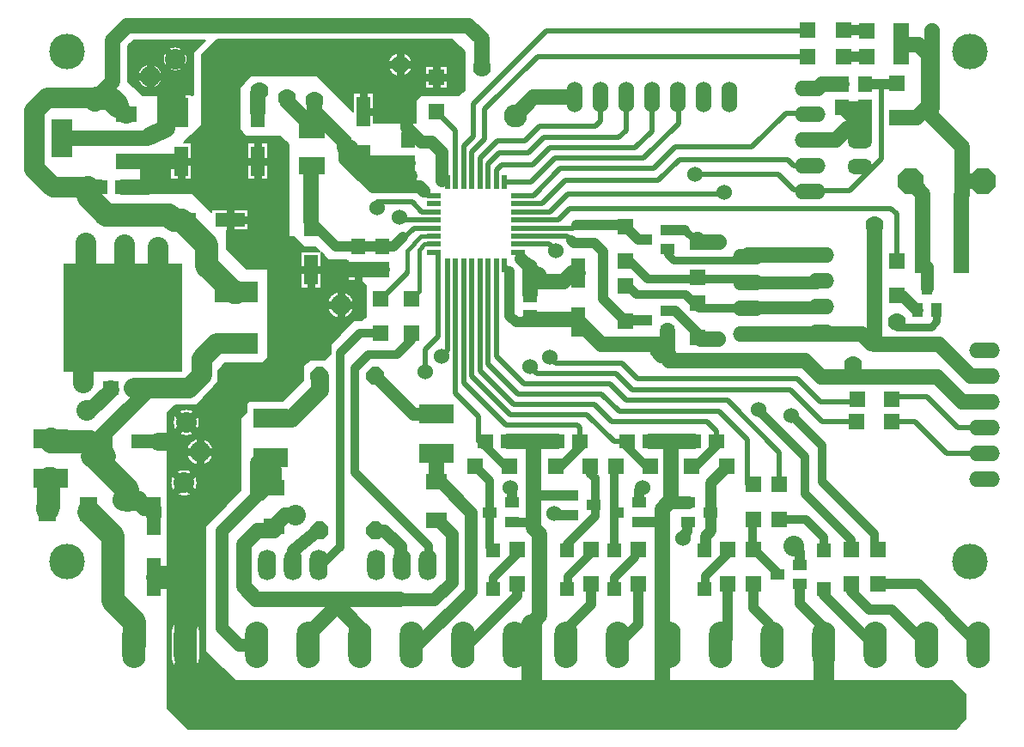
<source format=gbr>
G04 DesignSpark PCB Gerber Version 11.0 Build 5877*
G04 #@! TF.Part,Single*
G04 #@! TF.FileFunction,Copper,L1,Top*
G04 #@! TF.FilePolarity,Positive*
%FSLAX35Y35*%
%MOIN*%
G04 #@! TA.AperFunction,ComponentPad*
%AMT97*0 Octagon Pad at angle 0*4,1,8,-0.01450,-0.03500,0.01450,-0.03500,0.03500,-0.01450,0.03500,0.01450,0.01450,0.03500,-0.01450,0.03500,-0.03500,0.01450,-0.03500,-0.01450,-0.01450,-0.03500,0*%
%ADD97T97*%
%AMT93*0 Octagon Pad at angle 0*4,1,8,-0.02071,-0.05000,0.02071,-0.05000,0.05000,-0.02071,0.05000,0.02071,0.02071,0.05000,-0.02071,0.05000,-0.05000,0.02071,-0.05000,-0.02071,-0.02071,-0.05000,0*%
%ADD93T93*%
%ADD100O,0.06000X0.12000*%
%ADD99O,0.07000X0.12000*%
%ADD77O,0.09000X0.18000*%
G04 #@! TA.AperFunction,SMDPad,CuDef*
%ADD86R,0.02000X0.05800*%
%ADD95R,0.03937X0.05512*%
%ADD82R,0.05500X0.06000*%
%ADD81R,0.05512X0.11811*%
%ADD76R,0.05512X0.14961*%
%ADD94R,0.06300X0.08000*%
%ADD78R,0.07087X0.09449*%
%ADD91R,0.05512X0.05512*%
%ADD92R,0.05906X0.05906*%
%ADD87R,0.06300X0.06300*%
G04 #@! TD.AperFunction*
%ADD10C,0.00500*%
%ADD73C,0.01800*%
%ADD25C,0.02000*%
%ADD70C,0.03000*%
%ADD28C,0.03400*%
%ADD21C,0.03800*%
%ADD23C,0.04000*%
%ADD29C,0.04300*%
%ADD72C,0.04400*%
%ADD24C,0.05000*%
G04 #@! TA.AperFunction,ViaPad*
%ADD27C,0.05600*%
G04 #@! TD.AperFunction*
%ADD22C,0.06000*%
%ADD71C,0.07000*%
%ADD26C,0.08000*%
%ADD20C,0.09000*%
G04 #@! TA.AperFunction,ComponentPad*
%ADD88O,0.09700X0.06000*%
%ADD101O,0.10000X0.06000*%
%ADD83O,0.12000X0.06000*%
G04 #@! TA.AperFunction,SMDPad,CuDef*
%ADD85R,0.05800X0.02000*%
%ADD90R,0.05512X0.03937*%
%ADD74R,0.06000X0.05500*%
%ADD75R,0.11811X0.05512*%
%ADD79R,0.07874X0.05906*%
%ADD96R,0.08000X0.06300*%
%ADD84R,0.10200X0.07000*%
%ADD98R,0.13386X0.07480*%
%ADD102R,0.17000X0.08000*%
%ADD80R,0.07874X0.14961*%
G04 #@! TA.AperFunction,ComponentPad*
%ADD89C,0.13792*%
G04 #@! TA.AperFunction,SMDPad,CuDef*
%ADD103R,0.46000X0.42000*%
G04 #@! TD.AperFunction*
X0Y0D02*
D02*
D10*
X41850Y269900D02*
Y256000D01*
X47250Y250600D01*
X58245D01*
Y251004D01*
X66257D01*
Y250600D01*
X66750D01*
X67150Y250800D01*
Y267300D01*
X71850Y272000D01*
X43950D01*
X41850Y269900D01*
X45500Y257900D02*
G75*
G02*
X55000I4750J0D01*
G01*
G75*
G02*
X45500I-4750J0D01*
G01*
X55300Y264700D02*
G75*
G02*
X64800I4750J0D01*
G01*
G75*
G02*
X55300I-4750J0D01*
G01*
X42100Y257900D02*
G36*
X42100Y257900D02*
Y255750D01*
X47000Y250850D01*
X58245D01*
Y251004D01*
X66257D01*
Y250850D01*
X67150D01*
Y257900D01*
X55000D01*
G75*
G02*
X45500I-4750J0D01*
G01*
X42100D01*
G37*
Y264700D02*
G36*
X42100Y264700D02*
Y257900D01*
X45500D01*
G75*
G02*
X55000I4750J0D01*
G01*
X67150D01*
Y264700D01*
X64800D01*
G75*
G02*
X55300I-4750J0D01*
G01*
X42100D01*
G37*
Y270150D02*
G36*
X42100Y270150D02*
Y264700D01*
X55300D01*
G75*
G02*
X64800I4750J0D01*
G01*
X67150D01*
Y267300D01*
X71600Y271750D01*
X43700D01*
X42100Y270150D01*
G37*
X79950Y198295D02*
Y190800D01*
X87650Y183100D01*
X102350D01*
X103950Y184700D01*
Y231400D01*
X100650Y234700D01*
X87350D01*
X84950Y237100D01*
Y253700D01*
X89350Y258100D01*
X115050D01*
X128944Y244206D01*
Y251504D01*
X136956D01*
Y240000D01*
X153350D01*
Y248400D01*
X155350Y250400D01*
X170050D01*
X172350Y252700D01*
Y267400D01*
X167550Y272200D01*
X76250D01*
X70350Y266300D01*
Y238900D01*
X63556Y232106D01*
X66257D01*
Y217795D01*
X58245D01*
Y226795D01*
X57850Y226400D01*
X48750D01*
X46850Y224500D01*
Y215300D01*
X49450Y212700D01*
X66650D01*
X74143Y205207D01*
Y206307D01*
X88454D01*
Y198295D01*
X79950D01*
X142600Y262500D02*
G75*
G02*
X152100I4750J0D01*
G01*
G75*
G02*
X142600I-4750J0D01*
G01*
X157048Y262000D02*
X165852D01*
Y253201D01*
X157048D01*
Y262000D01*
X87944Y232106D02*
X95956D01*
Y217795D01*
X87944D01*
Y232106D01*
X47100Y224750D02*
G36*
X47100Y224750D02*
Y215050D01*
X49450Y212700D01*
X66650D01*
X74143Y205207D01*
Y206307D01*
X88454D01*
Y198295D01*
X79950D01*
Y190800D01*
X87400Y183350D01*
X102600D01*
X103950Y184700D01*
Y224951D01*
X95956D01*
Y217795D01*
X87944D01*
Y224951D01*
X66257D01*
Y217795D01*
X58245D01*
Y224951D01*
X47301D01*
X47100Y224750D01*
G37*
X48750Y226400D02*
G36*
X48750Y226400D02*
X47301Y224951D01*
X58245D01*
Y226795D01*
X57850Y226400D01*
X48750D01*
G37*
X66257Y232106D02*
G36*
X66257Y232106D02*
Y224951D01*
X87944D01*
Y232106D01*
X95956D01*
Y224951D01*
X103950D01*
Y231400D01*
X100650Y234700D01*
X87350D01*
X84950Y237100D01*
Y253700D01*
X88850Y257600D01*
X70350D01*
Y238900D01*
X63556Y232106D01*
X66257D01*
G37*
X115550Y257600D02*
G36*
X115550Y257600D02*
X128944Y244206D01*
Y251504D01*
X136956D01*
Y240000D01*
X153350D01*
Y248400D01*
X155350Y250400D01*
X170050D01*
X172100Y252450D01*
Y257600D01*
X165852D01*
Y253201D01*
X157048D01*
Y257600D01*
X115550D01*
G37*
X70350Y262500D02*
G36*
X70350Y262500D02*
Y257600D01*
X88850D01*
X89350Y258100D01*
X115050D01*
X115550Y257600D01*
X157048D01*
Y262000D01*
X165852D01*
Y257600D01*
X172100D01*
Y262500D01*
X152100D01*
G75*
G02*
X142600I-4750J0D01*
G01*
X70350D01*
G37*
Y266300D02*
G36*
X70350Y266300D02*
Y262500D01*
X142600D01*
G75*
G02*
X152100I4750J0D01*
G01*
X172100D01*
Y267650D01*
X167800Y271950D01*
X76000D01*
X70350Y266300D01*
G37*
X127700Y178650D02*
X126950D01*
Y186400D01*
X126850Y186300D01*
X126750D01*
X126550Y186500D01*
X119550D01*
X116655Y189395D01*
Y175594D01*
X108643D01*
Y189906D01*
X116144D01*
X114350Y191700D01*
X109950D01*
X106050Y195600D01*
X98750D01*
X96150Y193000D01*
Y148400D01*
X94150Y146400D01*
X79550D01*
X76850Y143700D01*
Y139200D01*
X68750Y130500D01*
X70950Y128300D01*
X72850D01*
X73750Y127400D01*
Y126800D01*
X84850D01*
Y125600D01*
X85750D01*
X87650Y127500D01*
Y130900D01*
X88750Y132000D01*
X101850D01*
X109750Y139900D01*
Y145400D01*
X112350Y148000D01*
X118050D01*
X120250Y150200D01*
Y153900D01*
X129550Y163200D01*
X132550D01*
X133950Y164600D01*
Y176700D01*
X132050Y178600D01*
X127750D01*
X127700Y178650D01*
X119000Y169100D02*
G75*
G02*
X129500I5250J0D01*
G01*
G75*
G02*
X119000I-5250J0D01*
G01*
X69000Y130769D02*
G36*
X69000Y130769D02*
Y130250D01*
X70950Y128300D01*
X72850D01*
X73750Y127400D01*
Y126800D01*
X84850D01*
Y125850D01*
X86000D01*
X87650Y127500D01*
Y130900D01*
X88750Y132000D01*
X101850D01*
X109750Y139900D01*
Y145400D01*
X112350Y148000D01*
X118050D01*
X120250Y150200D01*
Y153900D01*
X129550Y163200D01*
X132550D01*
X133700Y164350D01*
Y169100D01*
X129500D01*
G75*
G02*
X119000I-5250J0D01*
G01*
X96150D01*
Y148400D01*
X94150Y146400D01*
X79550D01*
X76850Y143700D01*
Y139200D01*
X69000Y130769D01*
G37*
X96150Y193000D02*
G36*
X96150Y193000D02*
Y169100D01*
X119000D01*
G75*
G02*
X129500I5250J0D01*
G01*
X133700D01*
Y176950D01*
X132050Y178600D01*
X127750D01*
X127700Y178650D01*
X126950D01*
Y186400D01*
X126850Y186300D01*
X126750D01*
X126550Y186500D01*
X119550D01*
X116655Y189395D01*
Y175594D01*
X108643D01*
Y189906D01*
X116144D01*
X114350Y191700D01*
X109950D01*
X106300Y195350D01*
X98500D01*
X96150Y193000D01*
G37*
X366650Y18000D02*
X361550Y23100D01*
X83250D01*
X71850Y34500D01*
Y83300D01*
X76050Y87500D01*
Y87600D01*
X85550Y97100D01*
Y126200D01*
X81450Y130300D01*
X60150D01*
X56950Y127100D01*
Y12700D01*
X64950Y4700D01*
X362950D01*
X366650Y8400D01*
Y18000D01*
X58200Y100100D02*
G75*
G02*
X68700I5250J0D01*
G01*
G75*
G02*
X58200I-5250J0D01*
G01*
X58300Y41701D02*
G75*
G02*
X69800I5750J0D01*
G01*
Y32701D01*
G75*
G02*
X58300I-5750J0D01*
G01*
Y41701D01*
X59100Y123500D02*
G75*
G02*
X69600I5250J0D01*
G01*
G75*
G02*
X59100I-5250J0D01*
G01*
X64400Y112100D02*
G75*
G02*
X74900I5250J0D01*
G01*
G75*
G02*
X64400I-5250J0D01*
G01*
X57200Y37201D02*
G36*
X57200Y37201D02*
Y12450D01*
X64700Y4950D01*
X363200D01*
X366400Y8150D01*
Y18250D01*
X361550Y23100D01*
X83250D01*
X71850Y34500D01*
Y37201D01*
X69800D01*
Y32701D01*
G75*
G02*
X58300I-5750J0D01*
G01*
Y37201D01*
X57200D01*
G37*
Y100100D02*
G36*
X57200Y100100D02*
Y37201D01*
X58300D01*
Y41701D01*
G75*
G02*
X69800I5750J0D01*
G01*
Y37201D01*
X71850D01*
Y83300D01*
X76050Y87500D01*
Y87600D01*
X85550Y97100D01*
Y100100D01*
X68700D01*
G75*
G02*
X58200I-5250J0D01*
G01*
X57200D01*
G37*
Y112100D02*
G36*
X57200Y112100D02*
Y100100D01*
X58200D01*
G75*
G02*
X68700I5250J0D01*
G01*
X85550D01*
Y112100D01*
X74900D01*
G75*
G02*
X64400I-5250J0D01*
G01*
X57200D01*
G37*
Y123500D02*
G36*
X57200Y123500D02*
Y112100D01*
X64400D01*
G75*
G02*
X74900I5250J0D01*
G01*
X85550D01*
Y123500D01*
X69600D01*
G75*
G02*
X59100I-5250J0D01*
G01*
X57200D01*
G37*
Y127350D02*
G36*
X57200Y127350D02*
Y123500D01*
X59100D01*
G75*
G02*
X69600I5250J0D01*
G01*
X85550D01*
Y126200D01*
X81700Y130050D01*
X59900D01*
X57200Y127350D01*
G37*
D02*
D70*
X48250Y257900D02*
X44250D01*
X50250Y255900D02*
Y251900D01*
Y259900D02*
Y263900D01*
X52250Y257900D02*
X56250D01*
X58636Y263286D02*
X55807Y260457D01*
X58636Y266114D02*
X55807Y268943D01*
X60994Y224951D02*
X56993D01*
X61464Y263286D02*
X64293Y260457D01*
X61464Y266114D02*
X64293Y268943D01*
X61682Y98332D02*
X58854Y95504D01*
X61682Y101868D02*
X58854Y104696D01*
X62250Y220546D02*
Y216547D01*
Y248254D02*
Y252256D01*
X62582Y121732D02*
X59754Y118904D01*
X62582Y125268D02*
X59754Y128096D01*
X63506Y224951D02*
X67505D01*
X65218Y98332D02*
X68046Y95504D01*
X65218Y101868D02*
X68046Y104696D01*
X66118Y121732D02*
X68946Y118904D01*
X66118Y125268D02*
X68946Y128096D01*
X67150Y112100D02*
X63150D01*
X69650Y109600D02*
Y105600D01*
Y114600D02*
Y118600D01*
X72150Y112100D02*
X76150D01*
X81299Y201044D02*
Y197043D01*
Y203556D02*
Y207555D01*
X85704Y202300D02*
X89706D01*
X90694Y224951D02*
X86694D01*
X91950Y220546D02*
Y216547D01*
Y229357D02*
Y233358D01*
X93206Y224951D02*
X97206D01*
X111394Y182751D02*
X107395D01*
X112650Y178346D02*
Y174346D01*
X113906Y182751D02*
X117907D01*
X121750Y169100D02*
X117750D01*
X124250Y166600D02*
Y162600D01*
Y171600D02*
Y175600D01*
X126750Y169100D02*
X130750D01*
X129700Y182900D02*
X125700D01*
X130950Y181400D02*
Y177402D01*
X132950Y248754D02*
Y252756D01*
X134206Y244349D02*
X138206D01*
X145350Y262500D02*
X141350D01*
X147350Y260500D02*
Y256500D01*
Y264500D02*
Y268500D01*
X149350Y262500D02*
X153350D01*
X159800Y257600D02*
X155800D01*
X161450Y255950D02*
Y251949D01*
Y259250D02*
Y263250D01*
X163100Y257600D02*
X167100D01*
X190781Y97569D02*
X190050Y98300D01*
X197750Y166000D02*
Y164200D01*
X240181Y97131D02*
X241250Y98200D01*
X257710Y198340D02*
X262650Y193400D01*
Y156500D02*
X264450D01*
Y155900D01*
X264110D01*
X282450Y187800D02*
Y186700D01*
X253341D01*
X251081Y188960D01*
Y190860D01*
X311850Y43731D02*
Y37200D01*
X355490Y167169D02*
Y162740D01*
X353350Y160600D01*
X339950D01*
Y162600D01*
D02*
D71*
X40952Y243055D02*
X40895D01*
X37550Y246400D01*
X50050Y234900D02*
X56450Y237800D01*
Y249800D01*
X59650Y253000D01*
X53304Y116300D02*
X57304D01*
X92450Y96500D02*
Y107800D01*
X92650Y252200D03*
X96950Y125177D02*
X105127D01*
X116050Y136100D01*
Y141500D01*
X103350Y249600D03*
X114150Y248500D03*
X147350Y262500D03*
X178950Y261300D03*
X191850Y37200D02*
Y32100D01*
X322950Y146000D03*
X331450Y200100D03*
X339950Y162600D03*
D02*
D20*
X11750Y101723D02*
X10650D01*
Y90972D01*
X10578Y90900D01*
Y89800D01*
X11750Y117077D02*
Y116300D01*
X26750D01*
X32550Y110500D01*
X27850D01*
X37550Y246400D02*
Y246800D01*
X34850Y249500D01*
X29250D01*
X28750Y249000D01*
X41350Y93600D02*
Y97500D01*
X28350Y110500D01*
X44050Y37200D02*
Y46300D01*
X35750Y54600D01*
Y79600D01*
X26522Y88828D01*
X53106Y63489D02*
X57107D01*
X62401Y202300D02*
X59250D01*
X57250Y204300D01*
X33050D01*
X25950Y211400D01*
Y214800D01*
X64050Y29700D02*
Y25701D01*
Y44700D02*
Y48701D01*
X83650Y174100D02*
X82750D01*
X72150Y184700D01*
Y192551D01*
X62401Y202300D01*
X192050Y242700D03*
D02*
D21*
X190781Y84960D02*
X199550D01*
Y82460D01*
X199050Y89940D02*
Y95140D01*
D02*
D22*
X24450Y148900D02*
X39650Y164100D01*
X25350Y178400D02*
X39650Y164100D01*
X27850Y110500D02*
Y111200D01*
X27550Y114100D01*
X47650Y134200D01*
Y136800D01*
X44050D01*
X28750Y249400D02*
Y249000D01*
X29550Y107700D02*
Y110500D01*
X27850D01*
X30850Y214800D02*
X25950D01*
X35050Y136800D02*
Y136300D01*
X35250D01*
X27050Y128100D01*
X25650D01*
X39750Y93600D02*
Y93300D01*
X39850Y214800D02*
X49150D01*
X50350Y216000D01*
X40250Y164700D02*
X39650Y164100D01*
X40952Y224945D02*
X62244D01*
X62250Y224951D01*
X40952Y234000D02*
X49150D01*
X50050Y234900D01*
X40952Y234000D02*
X16148D01*
X51850Y87111D02*
Y89800D01*
Y87111D02*
Y90300D01*
X48150D01*
X45250Y93200D01*
X53350Y177800D02*
X39650Y164100D01*
X91950Y243849D02*
Y251500D01*
X92650Y252200D01*
X98250Y83100D02*
Y81400D01*
X91950D01*
X86850Y76300D01*
Y60000D01*
X91450Y54900D01*
X120650D01*
X98250Y98100D02*
Y98400D01*
X98550D01*
Y105100D01*
X95850Y107800D01*
X92150D01*
X106850Y87700D02*
X102850D01*
X98250Y83100D01*
X111850Y37200D02*
Y41200D01*
X125550Y54900D01*
X112650Y223100D02*
Y201649D01*
X113050Y237300D02*
Y238600D01*
X103350Y248300D01*
Y249600D01*
X120650Y54900D02*
X125550D01*
X125850Y232600D02*
X114150Y244300D01*
Y248500D01*
X131850Y37200D02*
Y43700D01*
X120650Y54900D01*
X132950Y225451D02*
Y225400D01*
X139050Y219300D01*
X151150D01*
X132950Y225451D02*
X127950D01*
Y230100D01*
X125850D01*
Y232600D01*
X138350Y206800D03*
X140250Y182900D02*
X122850D01*
X147050Y54900D02*
X125550D01*
X147150Y203200D03*
X150350Y224300D02*
X134101D01*
X132950Y225451D01*
X157050Y143200D03*
X161450Y100400D02*
Y111423D01*
X161350Y111523D01*
X163250Y149200D03*
X178950Y261300D02*
Y272500D01*
X173750Y277700D01*
X41550D01*
X35750Y271900D01*
Y256000D01*
X28750Y249000D01*
X190050Y98300D03*
X197750Y145200D03*
Y164200D02*
X198250D01*
X199050Y163400D01*
X216250D01*
Y162651D01*
X197750Y173200D02*
Y183700D01*
X197700Y183750D01*
X199050Y89940D02*
Y107200D01*
Y116200D01*
X189450D01*
X199550Y82460D02*
Y82100D01*
X201550Y80100D01*
Y48400D01*
X198250Y45100D01*
X199550Y82460D02*
X199050D01*
Y89940D01*
X201050Y180800D03*
X205550Y149000D03*
X207050Y88100D03*
X207650Y190300D03*
X208050Y116200D02*
X199050D01*
X214950Y249800D02*
X199150D01*
X192050Y242700D01*
X216250Y162651D02*
X216699D01*
X225350Y154000D01*
X247850D01*
X246950Y153100D01*
Y151600D01*
X216250Y181549D02*
X214199D01*
X210750Y178100D01*
X199250D01*
X197650Y179700D01*
X201050D01*
Y180800D01*
X241250Y98200D03*
X244250Y116200D02*
X261050D01*
X248950Y82860D02*
Y19100D01*
Y82860D02*
Y90000D01*
X252050Y93100D01*
X251081Y159360D02*
Y150269D01*
X251650Y149700D02*
X248850D01*
X246950Y151600D01*
X251650Y149700D02*
Y147400D01*
X304550D01*
X310650Y141300D01*
X322950D01*
X257150Y78700D03*
X261050Y116200D02*
X252550D01*
X252350Y116000D01*
Y97900D01*
Y93400D01*
X252050Y93100D01*
X261850Y219800D03*
X262650Y193400D02*
Y194500D01*
X263450Y193700D01*
X271150D01*
X264110Y155900D02*
X270750D01*
D03*
X271150Y193700D03*
X272950Y213000D03*
X282450Y187800D02*
Y188700D01*
X310750D01*
X286450Y128600D03*
X299050Y126200D03*
X306550Y233200D02*
X316250D01*
X320650Y237600D01*
X318650Y255000D02*
X311050D01*
X309250Y253200D01*
X306550D01*
X322950Y141300D02*
X355750D01*
X365450Y131600D01*
X374150D01*
X322950Y146000D02*
Y141300D01*
X325850Y232800D02*
Y238800D01*
X331450Y154000D02*
Y154100D01*
X330050D01*
X326350Y157800D01*
X282450D01*
X331450Y200100D02*
Y154000D01*
X340150Y241800D02*
X347650D01*
X352350Y246500D01*
Y250100D01*
X341650Y270100D02*
Y265700D01*
Y275500D02*
Y270100D01*
X350150Y185400D02*
Y212300D01*
X345250Y217200D01*
X352350Y250100D02*
Y243500D01*
X365250Y230600D01*
Y217200D01*
X352350Y250100D02*
Y266100D01*
X348350Y270100D01*
X341650D01*
X353850Y275600D03*
Y245400D01*
X352350Y246900D01*
Y250100D01*
X365150Y185400D02*
Y211900D01*
X365250Y212000D01*
Y217200D01*
X373250D02*
X365250D01*
X374150Y141600D02*
X368850D01*
X356450Y154000D01*
X331450D01*
D02*
D23*
X113050Y223100D02*
X112650D01*
X140250Y191900D02*
X122399D01*
X112650Y201649D01*
X140250Y191900D02*
X144650D01*
X148350Y195600D01*
X173750Y37200D02*
X192850Y56300D01*
Y60800D01*
X190781Y92440D02*
Y97569D01*
X197750Y164200D02*
Y162400D01*
X192350D01*
X189750Y165000D01*
Y182176D01*
X189626Y182300D01*
X199050Y95140D02*
X213719D01*
X212250Y43900D02*
X221350Y53000D01*
Y60800D01*
X213719Y87660D02*
X207490D01*
X207050Y88100D01*
X215825Y200300D02*
X233950D01*
X234650Y199600D01*
Y163000D02*
X225950Y171700D01*
Y190000D01*
X222650Y193300D01*
X214650D01*
X213750Y194200D01*
X239750Y60800D02*
Y45100D01*
X231850Y37200D01*
X240181Y84960D02*
X246650D01*
Y84600D01*
X248950D01*
Y82860D01*
X240181Y92440D02*
Y97131D01*
X242419Y163100D02*
X234750D01*
X234650Y163000D01*
X242419Y194600D02*
X239650D01*
X234650Y199600D01*
X251081Y150269D02*
X251650Y149700D01*
X251081Y166840D02*
X253950D01*
X262650Y158140D01*
Y156500D01*
X251081Y198340D02*
X257710D01*
X259119Y84960D02*
X258750D01*
Y81100D01*
X257150Y79500D01*
Y78700D01*
X274250Y60800D02*
Y39600D01*
X290350Y45700D02*
X284450Y51600D01*
Y60800D01*
X302381Y60760D02*
Y53200D01*
X311850Y43731D01*
X302381Y68240D02*
Y73369D01*
X300150Y75600D01*
X319340Y265700D02*
X328250D01*
X319340Y276000D02*
X327750D01*
X327850Y255000D02*
X334350D01*
X331150Y37200D02*
X311850Y56500D01*
X332750Y60800D02*
X348250D01*
X371850Y37200D01*
X334350Y255000D02*
X339950D01*
X340150Y255200D01*
X351850Y37200D02*
X338150Y50900D01*
X329250D01*
X322250Y57900D01*
D02*
D24*
X91850Y37200D02*
X84850D01*
X78050Y44000D01*
Y81600D01*
X93750Y97300D01*
Y96500D01*
X92450D01*
X92150Y107800D02*
X94173Y109823D01*
X96950D01*
X92450Y107800D02*
X92150D01*
X116050Y81500D02*
X115350D01*
Y82000D01*
X105650Y73800D01*
Y68100D01*
X105850D01*
X137850Y81500D02*
X141150D01*
X147250Y75400D01*
Y68800D01*
X156350Y213400D02*
X154650Y215100D01*
X136750D01*
X125850Y226000D01*
Y232600D01*
X161350Y126877D02*
X152473D01*
X137850Y141500D01*
X161450Y85400D02*
X162150D01*
X167250Y80300D01*
Y61600D01*
X160550Y54900D01*
X147050D01*
X161450Y100400D02*
X162950D01*
X174650Y88700D01*
Y58000D01*
X153850Y37200D01*
X151850D01*
X163250Y217583D02*
Y228700D01*
X159350Y232600D01*
X155350D01*
X149850Y238100D01*
Y244000D01*
X150350D01*
X194050Y187300D02*
X194150D01*
X197700Y183750D01*
X200650Y180800D01*
X201050D01*
X198850Y107200D02*
X199050D01*
X198950D02*
X199050D01*
X259119Y92440D02*
X252710D01*
X252050Y93100D01*
X282450Y168200D02*
X309050D01*
X282450Y177800D02*
X308850D01*
X320650Y237600D02*
X327850Y244800D01*
Y246000D01*
X325850Y238800D02*
X318650Y246000D01*
X327850D02*
Y234800D01*
X325850Y232800D01*
X327850Y246000D02*
X318650D01*
X351750Y175831D02*
Y183800D01*
X350150Y185400D01*
D02*
D25*
X46550Y37000D02*
Y36800D01*
X44050D01*
Y37200D01*
X139250Y193500D02*
Y192900D01*
X140250Y191900D01*
X147150Y203200D02*
Y202850D01*
X146475Y202175D01*
X160533D01*
X147250Y68800D02*
X147950Y68100D01*
X148350Y195600D02*
X149225D01*
X152650Y199025D01*
X160533D01*
X149950Y182300D02*
Y181500D01*
X140050Y171600D01*
X139750D01*
X157050Y143200D02*
Y152000D01*
X162050Y157000D01*
Y189576D01*
X160533D01*
Y205324D02*
X155826D01*
X151950Y209200D01*
X138350D01*
Y206800D01*
X160533Y211624D02*
X158126D01*
X156350Y213400D01*
X161350Y111523D02*
X162450D01*
X165726Y184383D02*
Y151676D01*
X163250Y149200D01*
X165726Y216817D02*
Y215800D01*
X165033D01*
X163250Y217583D01*
X168876Y216817D02*
Y236774D01*
X161450Y244200D01*
X171850Y37200D02*
X173750D01*
X172026Y184383D02*
Y138824D01*
X188350Y122500D01*
X215950D01*
X217050Y121400D01*
Y116200D01*
X175175Y216817D02*
Y228625D01*
X180150Y233600D01*
Y245100D01*
X200750Y265700D01*
X305560D01*
X178325Y216817D02*
Y226275D01*
X184950Y232900D01*
X195850D01*
X201350Y238400D01*
X222950D01*
X224950Y240400D01*
Y249800D01*
X180450Y116200D02*
Y115300D01*
X179450D01*
X180450Y116200D02*
X177850D01*
Y125900D01*
X168876Y134874D01*
Y184383D01*
X181474D02*
Y146176D01*
X192950Y134700D01*
X225450D01*
X232350Y127800D01*
X271150D01*
X281950Y117000D01*
Y99400D01*
X284550D01*
X184624Y184383D02*
Y149126D01*
X195250Y138500D01*
X228750D01*
X235150Y132100D01*
X274250D01*
X294450Y111900D01*
Y99400D01*
X184624Y216817D02*
Y221574D01*
X186750Y223700D01*
X198850D01*
X205250Y230100D01*
X238550D01*
X244950Y236500D01*
Y249800D01*
X187774Y216817D02*
X197950D01*
X207333Y226200D01*
X241850D01*
X255350Y239700D01*
Y249800D01*
X254950D01*
X188950Y105800D02*
X189750D01*
Y106500D01*
X189626Y182300D02*
X187774Y184153D01*
Y184383D01*
X192850Y72600D02*
Y74200D01*
X192967Y189576D02*
Y188383D01*
X194050Y187300D01*
X192967Y192726D02*
X205224D01*
X207650Y190300D01*
X192967Y199025D02*
X214550D01*
X215825Y200300D01*
X192967Y202175D02*
X208650D01*
X213175Y206700D01*
X337750D01*
X339950Y204500D01*
Y186200D01*
X192967Y205324D02*
X205450D01*
X212426Y212300D01*
X272250D01*
X272950Y213000D01*
X197750Y145200D02*
X200450Y142500D01*
X231150D01*
X237550Y136100D01*
X298750D01*
X311050Y123800D01*
X324550D01*
X205550Y149000D02*
X207850Y146700D01*
X233250D01*
X239450Y140500D01*
X301550D01*
X310550Y131500D01*
X323450D01*
X324650Y132700D01*
X208450Y105300D02*
X207650D01*
Y106500D01*
X211950Y59020D02*
X212250D01*
X213750Y194200D02*
X212074Y195876D01*
X192967D01*
X217050Y116200D02*
Y115100D01*
X218250D01*
X221350Y72800D02*
Y74200D01*
X234650Y199600D02*
Y199100D01*
X234950Y249800D02*
Y236900D01*
X232150Y234100D01*
X203050D01*
X197150Y228200D01*
X185750D01*
X181474Y223924D01*
Y216817D01*
X235250Y116200D02*
Y115400D01*
X233950D01*
X235250Y116200D02*
X230250D01*
X219850Y126600D01*
X189950D01*
X175175Y141375D01*
Y184383D01*
X239750Y74200D02*
X238350D01*
Y71300D01*
X243650Y105700D02*
X244350D01*
Y106500D01*
X260550D02*
X260750D01*
Y105200D01*
X270050Y116200D02*
Y120300D01*
X266450Y123900D01*
X229550D01*
X222750Y130700D01*
X191250D01*
X178325Y143625D01*
Y184383D01*
X271350Y115800D02*
X270050D01*
Y116200D01*
X274250Y39600D02*
X271850Y37200D01*
X274250Y72400D02*
Y74200D01*
X282450Y167800D02*
Y168200D01*
X284450Y98500D02*
Y99300D01*
X284550Y99400D01*
X291850Y37200D02*
X290350Y38700D01*
Y45700D01*
X305560Y276000D02*
Y275700D01*
X204150D01*
X175650Y247200D01*
Y234424D01*
X172026Y230800D01*
Y216817D01*
X306550Y213200D02*
Y213800D01*
X300050D01*
X294050Y219800D01*
X261850D01*
X306550Y213200D02*
X307050Y213700D01*
X321750D01*
X334050Y226000D01*
Y254700D01*
X334350Y255000D01*
X306550Y223200D02*
X300150D01*
X297650Y225700D01*
X255750D01*
X247550Y217500D01*
X211476D01*
X202450Y208474D01*
X192967D01*
X306550Y243200D02*
Y243700D01*
X297050D01*
X283750Y230400D01*
X254150D01*
X245850Y222100D01*
X209526D01*
X199050Y211624D01*
X192967D01*
X307050Y212700D02*
X306550Y213200D01*
X308850Y177800D02*
X309750Y178700D01*
X310750D01*
X309050Y168200D02*
X309550Y168700D01*
X310750D01*
X327750Y276000D02*
X328250Y275500D01*
X331850Y37200D02*
X331150D01*
X374150Y111600D02*
X359350D01*
X347150Y123800D01*
X337950D01*
X374150Y121600D02*
X363850D01*
X351750Y133700D01*
X339050D01*
X338050Y132700D01*
D02*
D26*
X24450Y138800D03*
Y148900D01*
X25350Y193100D03*
Y178400D01*
X25650Y128100D03*
X25950Y214800D02*
X12750D01*
X5550Y222000D01*
Y244400D01*
X10550Y249400D01*
X28750D01*
X26522Y88828D02*
Y89800D01*
X28350Y110500D02*
X27850D01*
X39750Y93600D03*
X41350D01*
X40250Y192600D03*
Y164700D01*
X44050Y136800D02*
X65250D01*
X70250Y141800D01*
Y148300D01*
X76050Y154100D01*
X83650D01*
X45250Y93200D02*
X39750D01*
Y93600D01*
X50250Y257900D03*
X53350Y191600D03*
Y177800D01*
X60050Y264700D03*
X63450Y100100D03*
X64350Y123500D03*
X69650Y112100D03*
X106850Y87700D03*
X124250Y169100D03*
X198250Y45100D02*
Y19200D01*
X300150Y75600D03*
X311850Y37200D02*
Y21200D01*
D02*
D27*
X246950Y151600D03*
D02*
D28*
X115850Y68100D02*
X116750D01*
X123950Y75300D01*
Y150500D01*
X131650Y158200D01*
X139750D01*
X157950Y68100D02*
X158350D01*
Y75500D01*
X129750Y104100D01*
Y144700D01*
X134950Y149900D01*
X145950D01*
X151750Y155700D01*
Y158200D01*
X176350Y106500D02*
X182119Y100731D01*
Y75311D01*
X183450Y73980D01*
X179450Y115300D02*
X188950Y105800D01*
X183450Y59020D02*
Y63200D01*
X192850Y72600D01*
X211850Y37200D02*
X212250D01*
Y43900D01*
Y59020D02*
Y63700D01*
X221350Y72800D01*
X218250Y115100D02*
X208450Y105300D01*
X221050Y106500D02*
Y103700D01*
X222950Y101800D01*
Y87300D01*
X211950Y76300D01*
Y73980D01*
X230250D02*
Y105800D01*
X230950Y106500D01*
X233950Y115400D02*
X243650Y105700D01*
X234650Y176400D02*
X235750D01*
X238950Y173200D01*
X257950D01*
X263350Y167800D01*
X282450D01*
X234650Y186200D02*
X236350D01*
X243450Y179100D01*
X280950D01*
X282250Y177800D01*
X282450D01*
X238350Y71300D02*
X230250Y63200D01*
Y59020D01*
X260750Y105200D02*
X271350Y115800D01*
X265350Y59020D02*
X265650D01*
Y63800D01*
X274250Y72400D01*
X286450Y128600D02*
Y128200D01*
X304350Y110300D01*
Y95900D01*
X322250Y78000D01*
Y74200D01*
X293719Y64500D02*
X293450D01*
Y65600D01*
X284150Y74900D01*
Y85600D01*
X284550Y86000D01*
X299050Y126200D02*
Y126000D01*
X299650D01*
X311050Y114600D01*
Y100600D01*
X331550Y80100D01*
Y75400D01*
X332750Y74200D01*
X311850Y56500D02*
Y59020D01*
Y73980D02*
Y78800D01*
X304650Y86000D01*
X294450D01*
X322250Y57900D02*
Y60800D01*
Y74200D02*
X322550D01*
D02*
D29*
X265350Y73980D02*
X265750D01*
Y79669D01*
X267781Y81700D01*
Y100331D01*
X273950Y106500D01*
D02*
D72*
X348010Y167169D02*
X347850D01*
X342219Y172800D01*
X339950D01*
D02*
D73*
X160533Y192726D02*
X156850D01*
X154724Y190600D01*
Y174574D01*
X151750Y171600D01*
X160533Y195876D02*
X155526D01*
X149950Y190300D01*
Y182300D01*
D02*
D74*
X30850Y214800D03*
X35050Y136800D03*
X39850Y214800D03*
X44050Y136800D03*
X180450Y116200D03*
X189450D03*
X208050D03*
X217050D03*
X235250D03*
X244250D03*
X261050D03*
X270050D03*
D02*
D75*
X30001Y116300D03*
X48899D03*
X62401Y202300D03*
X81299D03*
D02*
D76*
X51850Y63489D03*
Y87111D03*
D02*
D77*
X44050Y37200D03*
X64050D03*
X91850D03*
X111850D03*
X131850D03*
X151850D03*
X171850D03*
X191850D03*
X211850D03*
X231850D03*
X251850D03*
X271850D03*
X291850D03*
X311850D03*
X331850D03*
X351850D03*
X371850D03*
D02*
D78*
X10578Y89800D03*
X26522D03*
D02*
D79*
X40952Y224945D03*
Y234000D03*
Y243055D03*
D02*
D80*
X16148Y234000D03*
D02*
D81*
X62250Y224951D03*
Y243849D03*
X91950Y224951D03*
Y243849D03*
X112650Y182751D03*
Y201649D03*
X132950Y225451D03*
Y244349D03*
X216250Y162651D03*
Y181549D03*
D02*
D82*
X130950Y182900D03*
Y191900D03*
X140250Y182900D03*
Y191900D03*
X150350Y224300D03*
Y233300D03*
X197750Y164200D03*
Y173200D03*
X318650Y246000D03*
Y255000D03*
X327850Y246000D03*
Y255000D03*
D02*
D83*
X282450Y157800D03*
Y167800D03*
Y177800D03*
Y187800D03*
X306550Y213200D03*
Y223200D03*
Y233200D03*
Y243200D03*
Y253200D03*
X374150Y101600D03*
Y111600D03*
Y121600D03*
Y131600D03*
Y141600D03*
Y151600D03*
D02*
D84*
X113050Y223100D03*
Y237300D03*
D02*
D85*
X160533Y189576D03*
Y192726D03*
Y195876D03*
Y199025D03*
Y202175D03*
Y205324D03*
Y208474D03*
Y211624D03*
X192967Y189576D03*
Y192726D03*
Y195876D03*
Y199025D03*
Y202175D03*
Y205324D03*
Y208474D03*
Y211624D03*
D02*
D86*
X165726Y184383D03*
Y216817D03*
X168876Y184383D03*
Y216817D03*
X172026Y184383D03*
Y216817D03*
X175175Y184383D03*
Y216817D03*
X178325Y184383D03*
Y216817D03*
X181474Y184383D03*
Y216817D03*
X184624Y184383D03*
Y216817D03*
X187774Y184383D03*
Y216817D03*
D02*
D87*
X139750Y158200D03*
Y171600D03*
X151750Y158200D03*
Y171600D03*
X161450Y244200D03*
Y257600D03*
X176350Y106500D03*
X189750D03*
X192850Y60800D03*
Y74200D03*
X207650Y106500D03*
X221050D03*
X221350Y60800D03*
Y74200D03*
X230950Y106500D03*
X234650Y163000D03*
Y176400D03*
Y186200D03*
Y199600D03*
X239750Y60800D03*
Y74200D03*
X244350Y106500D03*
X260550D03*
X262650Y156500D03*
Y169900D03*
Y180000D03*
Y193400D03*
X273950Y106500D03*
X274250Y60800D03*
Y74200D03*
X284450Y60800D03*
Y74200D03*
X284550Y86000D03*
Y99400D03*
X294450Y86000D03*
Y99400D03*
X322250Y60800D03*
Y74200D03*
X324550Y123800D03*
X324650Y132700D03*
X328250Y265700D03*
Y275500D03*
X332750Y60800D03*
Y74200D03*
X337950Y123800D03*
X338050Y132700D03*
X339950Y172800D03*
Y186200D03*
X340150Y241800D03*
Y255200D03*
X341650Y265700D03*
Y275500D03*
D02*
D88*
X325850Y222800D03*
Y232800D03*
D02*
D89*
X18150Y69500D03*
Y267500D03*
X368450Y69500D03*
Y267500D03*
D02*
D90*
X182119Y88700D03*
X190781Y84960D03*
Y92440D03*
X213719Y87660D03*
Y95140D03*
X222381Y91400D03*
X231519Y88700D03*
X240181Y84960D03*
Y92440D03*
X242419Y163100D03*
Y194600D03*
X251081Y159360D03*
Y166840D03*
Y190860D03*
Y198340D03*
X259119Y84960D03*
Y92440D03*
X267781Y88700D03*
X293719Y64500D03*
X302381Y60760D03*
Y68240D03*
D02*
D91*
X183450Y59020D03*
Y73980D03*
X211950Y59020D03*
Y73980D03*
X230250Y59020D03*
Y73980D03*
X265350Y59020D03*
Y73980D03*
X311850Y59020D03*
Y73980D03*
D02*
D92*
X305560Y265700D03*
Y276000D03*
X319340Y265700D03*
Y276000D03*
D02*
D93*
X345250Y217200D03*
X373250D03*
D02*
D94*
X350150Y185400D03*
X365150D03*
D02*
D95*
X348010Y167169D03*
X351750Y175831D03*
X355490Y167169D03*
D02*
D96*
X98250Y83100D03*
Y98100D03*
X161450Y85400D03*
Y100400D03*
D02*
D97*
X116050Y81500D03*
Y141500D03*
X137850Y81500D03*
Y141500D03*
D02*
D98*
X11750Y101723D03*
Y117077D03*
X96950Y109823D03*
Y125177D03*
X161350Y111523D03*
Y126877D03*
D02*
D99*
X95850Y68100D03*
X105850D03*
X115850D03*
X137950D03*
X147950D03*
X157950D03*
D02*
D100*
X214950Y249800D03*
X224950D03*
X234950D03*
X244950D03*
X254950D03*
X264950D03*
X274950D03*
D02*
D101*
X310750Y158700D03*
Y168700D03*
Y178700D03*
Y188700D03*
D02*
D102*
X83650Y154100D03*
Y174100D03*
D02*
D103*
X39650Y164100D03*
X0Y0D02*
M02*

</source>
